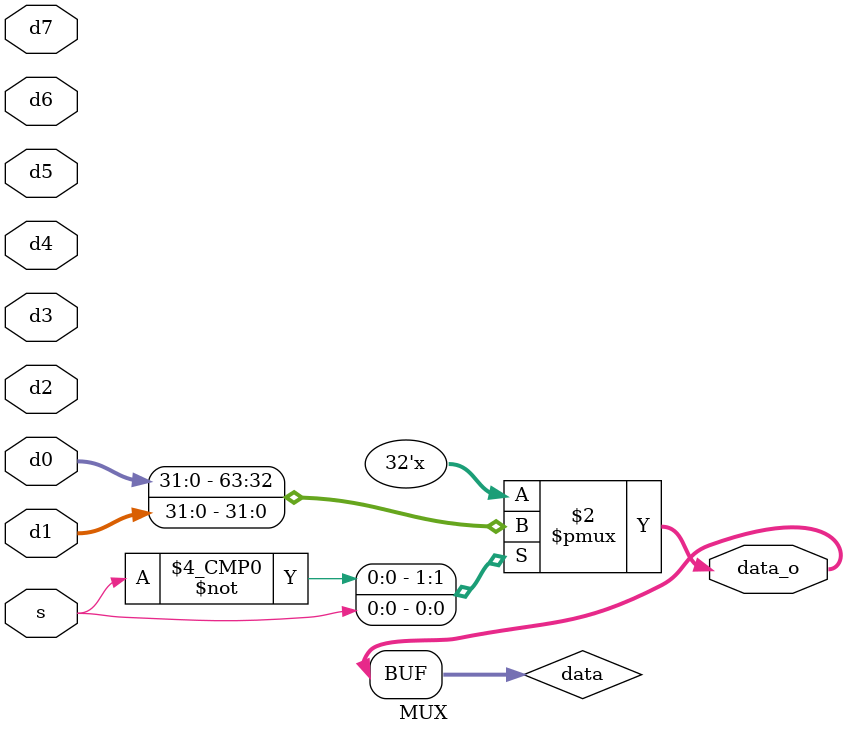
<source format=v>
module MUX(d0, d1, d2, d3, d4, d5, d6, d7, s, data_o);
  input [31:0] d0;
  input [31:0] d1;
  input [31:0] d2;
  input [31:0] d3;
  input [31:0] d4;
  input [31:0] d5;
  input [31:0] d6;
  input [31:0] d7;
  parameter width = 1;
  input [width-1:0]  s;//signal
  output [31:0] data_o;
  reg [31:0] data;
  always@(*)
  begin
    if (width == 1)
      case (s)
        1'b0: data <= d0;
        1'b1: data <= d1;
        default: data <= 1'b0;
      endcase
    else if (width == 2)
      case(s)
        2'b00: data <= d0;
        2'b01: data <= d1;
        2'b10: data <= d2;
        2'b11: data <= d3;
        default: data <= 2'b0;
      endcase
    else if (width == 3)
      case(s)
        3'b000: data <= d0;
        3'b001: data <= d1;
        3'b010: data <= d2;
        3'b011: data <= d3;
        3'b100: data <= d4;
        3'b101: data <= d5;
        3'b110: data <= d6;
        3'b111: data <= d7;
        default: data <= 2'b0;
      endcase
  end
  assign data_o = data;
endmodule
</source>
